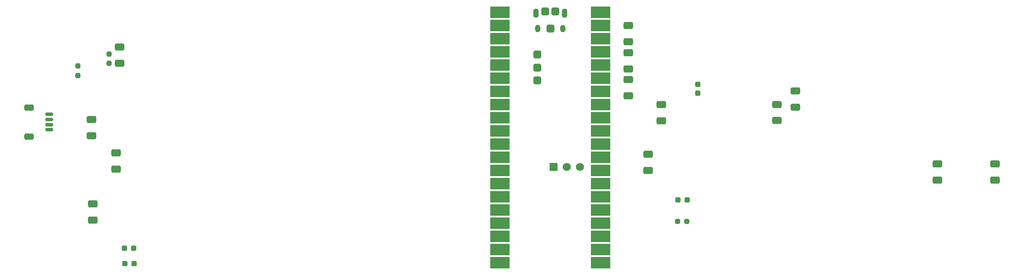
<source format=gbr>
%TF.GenerationSoftware,KiCad,Pcbnew,9.0.2*%
%TF.CreationDate,2025-06-02T17:23:56+01:00*%
%TF.ProjectId,TWUSDiySynthKit,54575553-4469-4795-9379-6e74684b6974,rev?*%
%TF.SameCoordinates,Original*%
%TF.FileFunction,Paste,Top*%
%TF.FilePolarity,Positive*%
%FSLAX46Y46*%
G04 Gerber Fmt 4.6, Leading zero omitted, Abs format (unit mm)*
G04 Created by KiCad (PCBNEW 9.0.2) date 2025-06-02 17:23:56*
%MOMM*%
%LPD*%
G01*
G04 APERTURE LIST*
G04 Aperture macros list*
%AMRoundRect*
0 Rectangle with rounded corners*
0 $1 Rounding radius*
0 $2 $3 $4 $5 $6 $7 $8 $9 X,Y pos of 4 corners*
0 Add a 4 corners polygon primitive as box body*
4,1,4,$2,$3,$4,$5,$6,$7,$8,$9,$2,$3,0*
0 Add four circle primitives for the rounded corners*
1,1,$1+$1,$2,$3*
1,1,$1+$1,$4,$5*
1,1,$1+$1,$6,$7*
1,1,$1+$1,$8,$9*
0 Add four rect primitives between the rounded corners*
20,1,$1+$1,$2,$3,$4,$5,0*
20,1,$1+$1,$4,$5,$6,$7,0*
20,1,$1+$1,$6,$7,$8,$9,0*
20,1,$1+$1,$8,$9,$2,$3,0*%
G04 Aperture macros list end*
%ADD10RoundRect,0.250000X-0.650000X0.412500X-0.650000X-0.412500X0.650000X-0.412500X0.650000X0.412500X0*%
%ADD11RoundRect,0.250000X0.650000X-0.412500X0.650000X0.412500X-0.650000X0.412500X-0.650000X-0.412500X0*%
%ADD12RoundRect,0.237500X-0.287500X-0.237500X0.287500X-0.237500X0.287500X0.237500X-0.287500X0.237500X0*%
%ADD13RoundRect,0.237500X-0.237500X0.250000X-0.237500X-0.250000X0.237500X-0.250000X0.237500X0.250000X0*%
%ADD14RoundRect,0.150000X-0.625000X0.150000X-0.625000X-0.150000X0.625000X-0.150000X0.625000X0.150000X0*%
%ADD15RoundRect,0.250000X-0.650000X0.350000X-0.650000X-0.350000X0.650000X-0.350000X0.650000X0.350000X0*%
%ADD16RoundRect,0.237500X0.237500X-0.287500X0.237500X0.287500X-0.237500X0.287500X-0.237500X-0.287500X0*%
%ADD17RoundRect,0.237500X0.250000X0.237500X-0.250000X0.237500X-0.250000X-0.237500X0.250000X-0.237500X0*%
%ADD18R,3.800000X2.200000*%
%ADD19O,1.100000X1.800000*%
%ADD20O,1.050000X1.450000*%
%ADD21RoundRect,0.200000X-0.587400X-0.587400X0.587400X-0.587400X0.587400X0.587400X-0.587400X0.587400X0*%
%ADD22C,1.574800*%
%ADD23RoundRect,0.300000X-0.450000X-0.450000X0.450000X-0.450000X0.450000X0.450000X-0.450000X0.450000X0*%
G04 APERTURE END LIST*
D10*
%TO.C,C5*%
X175800000Y-24337500D03*
X175800000Y-27462500D03*
%TD*%
D11*
%TO.C,C11*%
X77900000Y-31562500D03*
X77900000Y-28437500D03*
%TD*%
%TO.C,C13*%
X77200000Y-51962500D03*
X77200000Y-48837500D03*
%TD*%
D10*
%TO.C,C3*%
X179600000Y-49137500D03*
X179600000Y-52262500D03*
%TD*%
D11*
%TO.C,C10*%
X246400000Y-54062500D03*
X246400000Y-50937500D03*
%TD*%
%TO.C,C14*%
X72700000Y-61825000D03*
X72700000Y-58700000D03*
%TD*%
D12*
%TO.C,R13*%
X78825000Y-67200000D03*
X80575000Y-67200000D03*
%TD*%
D13*
%TO.C,R8*%
X75800000Y-29787500D03*
X75800000Y-31612500D03*
%TD*%
D14*
%TO.C,J8*%
X64300000Y-41400000D03*
X64300000Y-42400000D03*
X64300000Y-43400000D03*
X64300000Y-44400000D03*
D15*
X60425000Y-40100000D03*
X60425000Y-45700000D03*
%TD*%
D10*
%TO.C,C6*%
X175800000Y-34737500D03*
X175800000Y-37862500D03*
%TD*%
D13*
%TO.C,R9*%
X69800000Y-32100000D03*
X69800000Y-33925000D03*
%TD*%
D10*
%TO.C,C8*%
X182200000Y-39537500D03*
X182200000Y-42662500D03*
%TD*%
D11*
%TO.C,C4*%
X175800000Y-32662500D03*
X175800000Y-29537500D03*
%TD*%
D16*
%TO.C,R4*%
X189200000Y-37375000D03*
X189200000Y-35625000D03*
%TD*%
D10*
%TO.C,C2*%
X204400000Y-39500000D03*
X204400000Y-42625000D03*
%TD*%
D17*
%TO.C,R5*%
X187112500Y-62100000D03*
X185287500Y-62100000D03*
%TD*%
D18*
%TO.C,A1*%
X151110000Y-21770000D03*
X151110000Y-24310000D03*
X151110000Y-26850000D03*
X151110000Y-29390000D03*
X151110000Y-31930000D03*
X151110000Y-34470000D03*
X151110000Y-37010000D03*
X151110000Y-39550000D03*
X151110000Y-42090000D03*
X151110000Y-44630000D03*
X151110000Y-47170000D03*
X151110000Y-49710000D03*
X151110000Y-52250000D03*
X151110000Y-54790000D03*
X151110000Y-57330000D03*
X151110000Y-59870000D03*
X151110000Y-62410000D03*
X151110000Y-64950000D03*
X151110000Y-67490000D03*
X151110000Y-70030000D03*
D19*
X158075000Y-21900000D03*
D20*
X158375000Y-24930000D03*
X163225000Y-24930000D03*
D19*
X163525000Y-21900000D03*
D18*
X170490000Y-21770000D03*
X170490000Y-24310000D03*
X170490000Y-26850000D03*
X170490000Y-29390000D03*
X170490000Y-31930000D03*
X170490000Y-34470000D03*
X170490000Y-37010000D03*
X170490000Y-39550000D03*
X170490000Y-42090000D03*
X170490000Y-44630000D03*
X170490000Y-47170000D03*
X170490000Y-49710000D03*
X170490000Y-52250000D03*
X170490000Y-54790000D03*
X170490000Y-57330000D03*
X170490000Y-59870000D03*
X170490000Y-62410000D03*
X170490000Y-64950000D03*
X170490000Y-67490000D03*
X170490000Y-70030000D03*
D21*
X161384100Y-51600000D03*
D22*
X163924100Y-51600000D03*
X166464100Y-51600000D03*
D23*
X160800000Y-24900000D03*
X161800000Y-21600000D03*
X159800000Y-21600000D03*
X158300000Y-29900000D03*
X158300000Y-32400000D03*
X158300000Y-34900000D03*
%TD*%
D12*
%TO.C,R7*%
X185400000Y-57900000D03*
X187150000Y-57900000D03*
%TD*%
%TO.C,R12*%
X78900000Y-70200000D03*
X80650000Y-70200000D03*
%TD*%
D10*
%TO.C,C9*%
X208000000Y-36937500D03*
X208000000Y-40062500D03*
%TD*%
%TO.C,C12*%
X72400000Y-42437500D03*
X72400000Y-45562500D03*
%TD*%
D11*
%TO.C,C1*%
X235300000Y-54100000D03*
X235300000Y-50975000D03*
%TD*%
M02*

</source>
